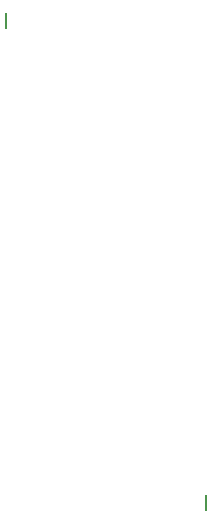
<source format=gbr>
G04 EAGLE Gerber RS-274X export*
G75*
%MOMM*%
%FSLAX34Y34*%
%LPD*%
%INSilkscreen Bottom*%
%IPPOS*%
%AMOC8*
5,1,8,0,0,1.08239X$1,22.5*%
G01*
%ADD10C,0.203200*%


D10*
X1094010Y68650D02*
X1094010Y81350D01*
X924560Y476750D02*
X924560Y489450D01*
M02*

</source>
